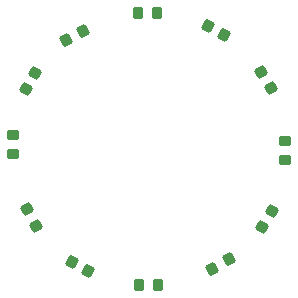
<source format=gbr>
%TF.GenerationSoftware,KiCad,Pcbnew,8.0.8*%
%TF.CreationDate,2025-02-28T01:53:59-06:00*%
%TF.ProjectId,B-Sides 2025,422d5369-6465-4732-9032-3032352e6b69,rev?*%
%TF.SameCoordinates,Original*%
%TF.FileFunction,Paste,Top*%
%TF.FilePolarity,Positive*%
%FSLAX46Y46*%
G04 Gerber Fmt 4.6, Leading zero omitted, Abs format (unit mm)*
G04 Created by KiCad (PCBNEW 8.0.8) date 2025-02-28 01:53:59*
%MOMM*%
%LPD*%
G01*
G04 APERTURE LIST*
G04 Aperture macros list*
%AMRoundRect*
0 Rectangle with rounded corners*
0 $1 Rounding radius*
0 $2 $3 $4 $5 $6 $7 $8 $9 X,Y pos of 4 corners*
0 Add a 4 corners polygon primitive as box body*
4,1,4,$2,$3,$4,$5,$6,$7,$8,$9,$2,$3,0*
0 Add four circle primitives for the rounded corners*
1,1,$1+$1,$2,$3*
1,1,$1+$1,$4,$5*
1,1,$1+$1,$6,$7*
1,1,$1+$1,$8,$9*
0 Add four rect primitives between the rounded corners*
20,1,$1+$1,$2,$3,$4,$5,0*
20,1,$1+$1,$4,$5,$6,$7,0*
20,1,$1+$1,$6,$7,$8,$9,0*
20,1,$1+$1,$8,$9,$2,$3,0*%
G04 Aperture macros list end*
%ADD10RoundRect,0.225000X0.057356X0.350657X-0.332356X0.125657X-0.057356X-0.350657X0.332356X-0.125657X0*%
%ADD11RoundRect,0.225000X-0.275000X0.225000X-0.275000X-0.225000X0.275000X-0.225000X0.275000X0.225000X0*%
%ADD12RoundRect,0.225000X-0.332356X-0.125657X0.057356X-0.350657X0.332356X0.125657X-0.057356X0.350657X0*%
%ADD13RoundRect,0.225000X-0.225000X-0.275000X0.225000X-0.275000X0.225000X0.275000X-0.225000X0.275000X0*%
%ADD14RoundRect,0.225000X0.225000X0.275000X-0.225000X0.275000X-0.225000X-0.275000X0.225000X-0.275000X0*%
%ADD15RoundRect,0.225000X-0.350657X0.057356X-0.125657X-0.332356X0.350657X-0.057356X0.125657X0.332356X0*%
%ADD16RoundRect,0.225000X0.125657X-0.332356X0.350657X0.057356X-0.125657X0.332356X-0.350657X-0.057356X0*%
%ADD17RoundRect,0.225000X-0.057356X-0.350657X0.332356X-0.125657X0.057356X0.350657X-0.332356X0.125657X0*%
%ADD18RoundRect,0.225000X0.275000X-0.225000X0.275000X0.225000X-0.275000X0.225000X-0.275000X-0.225000X0*%
%ADD19RoundRect,0.225000X0.332356X0.125657X-0.057356X0.350657X-0.332356X-0.125657X0.057356X-0.350657X0*%
%ADD20RoundRect,0.225000X-0.125657X0.332356X-0.350657X-0.057356X0.125657X-0.332356X0.350657X0.057356X0*%
%ADD21RoundRect,0.225000X0.350657X-0.057356X0.125657X0.332356X-0.350657X0.057356X-0.125657X-0.332356X0*%
G04 APERTURE END LIST*
D10*
%TO.C,D1*%
X115151560Y-67623431D03*
X113765920Y-68423431D03*
%TD*%
D11*
%TO.C,D11*%
X119921560Y-57633431D03*
X119921560Y-59233431D03*
%TD*%
D12*
%TO.C,D9*%
X113388740Y-47823431D03*
X114774380Y-48623431D03*
%TD*%
D13*
%TO.C,D8*%
X107521560Y-46743431D03*
X109121560Y-46743431D03*
%TD*%
D14*
%TO.C,D2*%
X109141560Y-69783431D03*
X107541560Y-69783431D03*
%TD*%
D15*
%TO.C,D10*%
X117921560Y-51727791D03*
X118721560Y-53113431D03*
%TD*%
D16*
%TO.C,D6*%
X98001560Y-53179071D03*
X98801560Y-51793431D03*
%TD*%
D17*
%TO.C,D7*%
X101425920Y-49063431D03*
X102811560Y-48263431D03*
%TD*%
D18*
%TO.C,D5*%
X96901560Y-58663431D03*
X96901560Y-57063431D03*
%TD*%
D19*
%TO.C,D3*%
X103291559Y-68613430D03*
X101905919Y-67813430D03*
%TD*%
D20*
%TO.C,D12*%
X118791560Y-63513431D03*
X117991560Y-64899071D03*
%TD*%
D21*
%TO.C,D4*%
X98867608Y-64774105D03*
X98067608Y-63388465D03*
%TD*%
M02*

</source>
